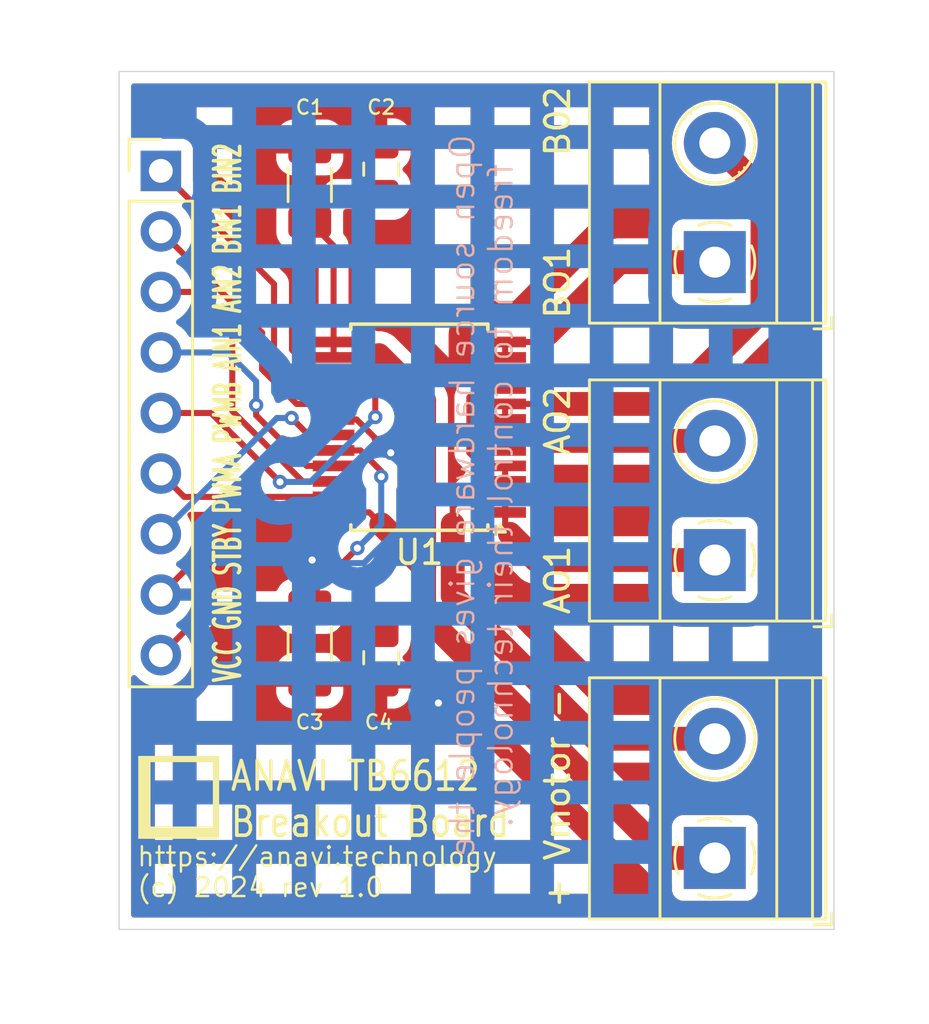
<source format=kicad_pcb>
(kicad_pcb (version 20240108) (generator "pcbnew") (generator_version "8.0")
  (layers (0 "F.Cu" signal) (31 "B.Cu" signal) (34 "B.Paste" user) (35 "F.Paste" user) (36 "B.SilkS" user "B.Silkscreen") (37 "F.SilkS" user "F.Silkscreen") (38 "B.Mask" user) (39 "F.Mask" user) (44 "Edge.Cuts" user))
  (net 0 "")
  (net 1 "GND")
  (net 2 "Net-(J3-Pin_1)")
  (net 3 "Net-(J4-Pin_9)")
  (net 4 "Net-(J1-Pin_2)")
  (net 5 "Net-(J1-Pin_1)")
  (net 6 "Net-(J2-Pin_1)")
  (net 7 "Net-(J2-Pin_2)")
  (net 8 "Net-(J3-Pin_2)")
  (net 9 "Net-(J4-Pin_4)")
  (net 10 "Net-(J4-Pin_5)")
  (net 11 "Net-(J4-Pin_3)")
  (net 12 "Net-(J4-Pin_6)")
  (net 13 "Net-(J4-Pin_2)")
  (net 14 "Net-(J4-Pin_7)")
  (net 15 "Net-(J4-Pin_1)")
  (footprint "Capacitor_SMD:C_1206_3216Metric_Pad1.33x1.80mm_HandSolder" (layer "F.Cu") (at 131 94 -90)
    (property "Reference" "C3" (at 3.3 0 180) (layer "F.SilkS") (effects (font (size 0.6 0.6) (thickness 0.1) (bold yes))))
    (property "Value" "10uF")
    (fp_line (start -0.711252 0.91) (end 0.711252 0.91) (stroke (width 0.12)) (layer "F.SilkS"))
    (fp_line (start -0.711252 -0.91) (end 0.711252 -0.91) (stroke (width 0.12)) (layer "F.SilkS"))
    (pad "1" smd roundrect (at -1.5625 0 270) (size 1.325 1.8) (layers "F.Cu" "F.Paste" "F.Mask") (roundrect_rratio 0.188679) (net 3 "Net-(J4-Pin_9)"))
    (pad "2" smd roundrect (at 1.5625 0 270) (size 1.325 1.8) (layers "F.Cu" "F.Paste" "F.Mask") (roundrect_rratio 0.188679) (net 1 "GND"))
  )
  (footprint "logo:anavi-logo" (layer "F.Cu") (at 125.5 100.5)
    (property "Reference" "G***" (hide yes))
    (property "Value" "LOGO" (hide yes))
    (fp_poly (pts (xy 1.693334 1.693334) (xy -1.693333 1.693334) (xy -1.693333 -1.524) (xy -1.185333 -1.524) (xy -1.185333 1.185334) (xy 1.439334 1.185334) (xy 1.439334 -1.524) (xy -1.185333 -1.524) (xy -1.693333 -1.524) (xy -1.693333 -1.778) (xy 1.693334 -1.778) (xy 1.693334 1.693334)) (stroke (width 0.01)) (fill solid) (layer "F.SilkS"))
  )
  (footprint "Capacitor_SMD:C_1206_3216Metric_Pad1.33x1.80mm_HandSolder" (layer "F.Cu") (at 131 74.75 90)
    (property "Reference" "C1" (at 3.25 0 180) (layer "F.SilkS") (effects (font (size 0.6 0.6) (thickness 0.1) (bold yes))))
    (property "Value" "10uF")
    (fp_line (start -0.711252 -0.91) (end 0.711252 -0.91) (stroke (width 0.12)) (layer "F.SilkS"))
    (fp_line (start -0.711252 0.91) (end 0.711252 0.91) (stroke (width 0.12)) (layer "F.SilkS"))
    (pad "1" smd roundrect (at -1.5625 0 90) (size 1.325 1.8) (layers "F.Cu" "F.Paste" "F.Mask") (roundrect_rratio 0.188679) (net 2 "Net-(J3-Pin_1)"))
    (pad "2" smd roundrect (at 1.5625 0 90) (size 1.325 1.8) (layers "F.Cu" "F.Paste" "F.Mask") (roundrect_rratio 0.188679) (net 1 "GND"))
  )
  (footprint "Package_SO:SSOP-24_5.3x8.2mm_P0.65mm" (layer "F.Cu") (at 135.6 84.925 180)
    (property "Reference" "U1" (at 0 -5.25 0) (layer "F.SilkS"))
    (property "Value" "TB6612FNG")
    (fp_line (start 2.875 4.325) (end 2.875 4.1) (stroke (width 0.15)) (layer "F.SilkS"))
    (fp_line (start 2.875 -4.325) (end 2.875 -4.1) (stroke (width 0.15)) (layer "F.SilkS"))
    (fp_line (start -2.875 4.325) (end 2.875 4.325) (stroke (width 0.15)) (layer "F.SilkS"))
    (fp_line (start -2.875 4.325) (end -2.875 4.1) (stroke (width 0.15)) (layer "F.SilkS"))
    (fp_line (start -2.875 -4.325) (end 2.875 -4.325) (stroke (width 0.15)) (layer "F.SilkS"))
    (fp_line (start -2.875 -4.325) (end -2.875 -4.1) (stroke (width 0.15)) (layer "F.SilkS"))
    (fp_poly (pts (xy -3.375 -4.075) (xy -3.615 -4.405) (xy -3.135 -4.405) (xy -3.375 -4.075)) (stroke (width 0.12)) (fill solid) (layer "F.SilkS"))
    (pad "1" smd rect (at -3.6 -3.575 180) (size 1.75 0.45) (layers "F.Cu" "F.Paste" "F.Mask") (net 5 "Net-(J1-Pin_1)"))
    (pad "2" smd rect (at -3.6 -2.925 180) (size 1.75 0.45) (layers "F.Cu" "F.Paste" "F.Mask") (net 5 "Net-(J1-Pin_1)"))
    (pad "3" smd rect (at -3.6 -2.275 180) (size 1.75 0.45) (layers "F.Cu" "F.Paste" "F.Mask") (net 8 "Net-(J3-Pin_2)"))
    (pad "4" smd rect (at -3.6 -1.625 180) (size 1.75 0.45) (layers "F.Cu" "F.Paste" "F.Mask") (net 8 "Net-(J3-Pin_2)"))
    (pad "5" smd rect (at -3.6 -0.975 180) (size 1.75 0.45) (layers "F.Cu" "F.Paste" "F.Mask") (net 4 "Net-(J1-Pin_2)"))
    (pad "6" smd rect (at -3.6 -0.325 180) (size 1.75 0.45) (layers "F.Cu" "F.Paste" "F.Mask") (net 4 "Net-(J1-Pin_2)"))
    (pad "7" smd rect (at -3.6 0.325 180) (size 1.75 0.45) (layers "F.Cu" "F.Paste" "F.Mask") (net 7 "Net-(J2-Pin_2)"))
    (pad "8" smd rect (at -3.6 0.975 180) (size 1.75 0.45) (layers "F.Cu" "F.Paste" "F.Mask") (net 7 "Net-(J2-Pin_2)"))
    (pad "9" smd rect (at -3.6 1.625 180) (size 1.75 0.45) (layers "F.Cu" "F.Paste" "F.Mask") (net 8 "Net-(J3-Pin_2)"))
    (pad "10" smd rect (at -3.6 2.275 180) (size 1.75 0.45) (layers "F.Cu" "F.Paste" "F.Mask") (net 8 "Net-(J3-Pin_2)"))
    (pad "11" smd rect (at -3.6 2.925 180) (size 1.75 0.45) (layers "F.Cu" "F.Paste" "F.Mask") (net 6 "Net-(J2-Pin_1)"))
    (pad "12" smd rect (at -3.6 3.575 180) (size 1.75 0.45) (layers "F.Cu" "F.Paste" "F.Mask") (net 6 "Net-(J2-Pin_1)"))
    (pad "13" smd rect (at 3.6 3.575 180) (size 1.75 0.45) (layers "F.Cu" "F.Paste" "F.Mask") (net 2 "Net-(J3-Pin_1)"))
    (pad "14" smd rect (at 3.6 2.925 180) (size 1.75 0.45) (layers "F.Cu" "F.Paste" "F.Mask") (net 2 "Net-(J3-Pin_1)"))
    (pad "15" smd rect (at 3.6 2.275 180) (size 1.75 0.45) (layers "F.Cu" "F.Paste" "F.Mask") (net 10 "Net-(J4-Pin_5)"))
    (pad "16" smd rect (at 3.6 1.625 180) (size 1.75 0.45) (layers "F.Cu" "F.Paste" "F.Mask") (net 15 "Net-(J4-Pin_1)"))
    (pad "17" smd rect (at 3.6 0.975 180) (size 1.75 0.45) (layers "F.Cu" "F.Paste" "F.Mask") (net 13 "Net-(J4-Pin_2)"))
    (pad "18" smd rect (at 3.6 0.325 180) (size 1.75 0.45) (layers "F.Cu" "F.Paste" "F.Mask") (net 1 "GND"))
    (pad "19" smd rect (at 3.6 -0.325 180) (size 1.75 0.45) (layers "F.Cu" "F.Paste" "F.Mask") (net 14 "Net-(J4-Pin_7)"))
    (pad "20" smd rect (at 3.6 -0.975 180) (size 1.75 0.45) (layers "F.Cu" "F.Paste" "F.Mask") (net 3 "Net-(J4-Pin_9)"))
    (pad "21" smd rect (at 3.6 -1.625 180) (size 1.75 0.45) (layers "F.Cu" "F.Paste" "F.Mask") (net 9 "Net-(J4-Pin_4)"))
    (pad "22" smd rect (at 3.6 -2.275 180) (size 1.75 0.45) (layers "F.Cu" "F.Paste" "F.Mask") (net 11 "Net-(J4-Pin_3)"))
    (pad "23" smd rect (at 3.6 -2.925 180) (size 1.75 0.45) (layers "F.Cu" "F.Paste" "F.Mask") (net 12 "Net-(J4-Pin_6)"))
    (pad "24" smd rect (at 3.6 -3.575 180) (size 1.75 0.45) (layers "F.Cu" "F.Paste" "F.Mask") (net 2 "Net-(J3-Pin_1)"))
  )
  (footprint "TerminalBlock_Phoenix:TerminalBlock_Phoenix_MKDS-1,5-2_1x02_P5.00mm_Horizontal" (layer "F.Cu") (at 148 90.5 90)
    (property "Reference" "AO1     AO2" (at 2.5 -6.6 90) (layer "F.SilkS"))
    (property "Value" "Screw_Terminal_01x02" (hide yes))
    (fp_line (start 7.56 -5.261) (end 7.56 4.66) (stroke (width 0.12)) (layer "F.SilkS"))
    (fp_line (start -2.56 -5.261) (end 7.56 -5.261) (stroke (width 0.12)) (layer "F.SilkS"))
    (fp_line (start -2.56 -5.261) (end -2.56 4.66) (stroke (width 0.12)) (layer "F.SilkS"))
    (fp_line (start -2.56 -2.301) (end 7.56 -2.301) (stroke (width 0.12)) (layer "F.SilkS"))
    (fp_line (start 6.07 -1.275) (end 6.035 -1.239) (stroke (width 0.12)) (layer "F.SilkS"))
    (fp_line (start 6.275 -1.069) (end 6.228 -1.023) (stroke (width 0.12)) (layer "F.SilkS"))
    (fp_line (start 3.773 1.023) (end 3.726 1.069) (stroke (width 0.12)) (layer "F.SilkS"))
    (fp_line (start 3.966 1.239) (end 3.931 1.274) (stroke (width 0.12)) (layer "F.SilkS"))
    (fp_line (start -2.56 2.6) (end 7.56 2.6) (stroke (width 0.12)) (layer "F.SilkS"))
    (fp_line (start -2.56 4.1) (end 7.56 4.1) (stroke (width 0.12)) (layer "F.SilkS"))
    (fp_line (start -2.8 4.16) (end -2.8 4.9) (stroke (width 0.12)) (layer "F.SilkS"))
    (fp_line (start -2.56 4.66) (end 7.56 4.66) (stroke (width 0.12)) (layer "F.SilkS"))
    (fp_line (start -2.8 4.9) (end -2.3 4.9) (stroke (width 0.12)) (layer "F.SilkS"))
    (fp_arc (start -0.683042 -1.535427) (mid 0.000524 -1.680501) (end 0.684 -1.535) (stroke (width 0.12)) (layer "F.SilkS"))
    (fp_arc (start 1.535427 -0.683042) (mid 1.680501 0.000524) (end 1.535 0.684) (stroke (width 0.12)) (layer "F.SilkS"))
    (fp_arc (start -1.535427 0.683042) (mid -1.680501 -0.000524) (end -1.535 -0.684) (stroke (width 0.12)) (layer "F.SilkS"))
    (fp_arc (start 0.683318 1.534756) (mid 0.349292 1.643288) (end 0 1.68) (stroke (width 0.12)) (layer "F.SilkS"))
    (fp_arc (start 0.028805 1.680253) (mid -0.335551 1.646659) (end -0.684 1.535) (stroke (width 0.12)) (layer "F.SilkS"))
    (fp_circle (center 5 0) (end 6.68 0) (stroke (width 0.12)) (fill none) (layer "F.SilkS"))
    (pad "1" thru_hole rect (at 0 0 90) (size 2.6 2.6) (drill 1.3) (layers "*.Cu" "*.Mask") (net 5 "Net-(J1-Pin_1)"))
    (pad "2" thru_hole circle (at 5 0 90) (size 2.6 2.6) (drill 1.3) (layers "*.Cu" "*.Mask") (net 4 "Net-(J1-Pin_2)"))
  )
  (footprint "Capacitor_SMD:C_0805_2012Metric_Pad1.18x1.45mm_HandSolder" (layer "F.Cu") (at 134 94.6 -90)
    (property "Reference" "C4" (at 2.7 0.1 180) (layer "F.SilkS") (effects (font (size 0.6 0.6) (thickness 0.1) (bold yes))))
    (property "Value" "0.1uF")
    (fp_line (start -0.261252 0.735) (end 0.261252 0.735) (stroke (width 0.12)) (layer "F.SilkS"))
    (fp_line (start -0.261252 -0.735) (end 0.261252 -0.735) (stroke (width 0.12)) (layer "F.SilkS"))
    (pad "1" smd roundrect (at -1.0375 0 270) (size 1.175 1.45) (layers "F.Cu" "F.Paste" "F.Mask") (roundrect_rratio 0.212766) (net 3 "Net-(J4-Pin_9)"))
    (pad "2" smd roundrect (at 1.0375 0 270) (size 1.175 1.45) (layers "F.Cu" "F.Paste" "F.Mask") (roundrect_rratio 0.212766) (net 1 "GND"))
  )
  (footprint "TerminalBlock_Phoenix:TerminalBlock_Phoenix_MKDS-1,5-2_1x02_P5.00mm_Horizontal" (layer "F.Cu") (at 148 103 90)
    (property "Reference" "+ Vmotor -" (at 2.5 -6.6 90) (layer "F.SilkS"))
    (property "Value" "Screw_Terminal_01x02" (hide yes))
    (fp_line (start 7.56 -5.261) (end 7.56 4.66) (stroke (width 0.12)) (layer "F.SilkS"))
    (fp_line (start -2.56 -5.261) (end 7.56 -5.261) (stroke (width 0.12)) (layer "F.SilkS"))
    (fp_line (start -2.56 -5.261) (end -2.56 4.66) (stroke (width 0.12)) (layer "F.SilkS"))
    (fp_line (start -2.56 -2.301) (end 7.56 -2.301) (stroke (width 0.12)) (layer "F.SilkS"))
    (fp_line (start 6.07 -1.275) (end 6.035 -1.239) (stroke (width 0.12)) (layer "F.SilkS"))
    (fp_line (start 6.275 -1.069) (end 6.228 -1.023) (stroke (width 0.12)) (layer "F.SilkS"))
    (fp_line (start 3.773 1.023) (end 3.726 1.069) (stroke (width 0.12)) (layer "F.SilkS"))
    (fp_line (start 3.966 1.239) (end 3.931 1.274) (stroke (width 0.12)) (layer "F.SilkS"))
    (fp_line (start -2.56 2.6) (end 7.56 2.6) (stroke (width 0.12)) (layer "F.SilkS"))
    (fp_line (start -2.56 4.1) (end 7.56 4.1) (stroke (width 0.12)) (layer "F.SilkS"))
    (fp_line (start -2.8 4.16) (end -2.8 4.9) (stroke (width 0.12)) (layer "F.SilkS"))
    (fp_line (start -2.56 4.66) (end 7.56 4.66) (stroke (width 0.12)) (layer "F.SilkS"))
    (fp_line (start -2.8 4.9) (end -2.3 4.9) (stroke (width 0.12)) (layer "F.SilkS"))
    (fp_arc (start -0.683042 -1.535427) (mid 0.000524 -1.680501) (end 0.684 -1.535) (stroke (width 0.12)) (layer "F.SilkS"))
    (fp_arc (start 1.535427 -0.683042) (mid 1.680501 0.000524) (end 1.535 0.684) (stroke (width 0.12)) (layer "F.SilkS"))
    (fp_arc (start -1.535427 0.683042) (mid -1.680501 -0.000524) (end -1.535 -0.684) (stroke (width 0.12)) (layer "F.SilkS"))
    (fp_arc (start 0.683318 1.534756) (mid 0.349292 1.643288) (end 0 1.68) (stroke (width 0.12)) (layer "F.SilkS"))
    (fp_arc (start 0.028805 1.680253) (mid -0.335551 1.646659) (end -0.684 1.535) (stroke (width 0.12)) (layer "F.SilkS"))
    (fp_circle (center 5 0) (end 6.68 0) (stroke (width 0.12)) (fill none) (layer "F.SilkS"))
    (pad "1" thru_hole rect (at 0 0 90) (size 2.6 2.6) (drill 1.3) (layers "*.Cu" "*.Mask") (net 2 "Net-(J3-Pin_1)"))
    (pad "2" thru_hole circle (at 5 0 90) (size 2.6 2.6) (drill 1.3) (layers "*.Cu" "*.Mask") (net 8 "Net-(J3-Pin_2)"))
  )
  (footprint "TerminalBlock_Phoenix:TerminalBlock_Phoenix_MKDS-1,5-2_1x02_P5.00mm_Horizontal" (layer "F.Cu") (at 148 78 90)
    (property "Reference" "BO1     B02" (at 2.5 -6.6 90) (layer "F.SilkS"))
    (property "Value" "Screw_Terminal_01x02" (hide yes))
    (fp_line (start 7.56 -5.261) (end 7.56 4.66) (stroke (width 0.12)) (layer "F.SilkS"))
    (fp_line (start -2.56 -5.261) (end 7.56 -5.261) (stroke (width 0.12)) (layer "F.SilkS"))
    (fp_line (start -2.56 -5.261) (end -2.56 4.66) (stroke (width 0.12)) (layer "F.SilkS"))
    (fp_line (start -2.56 -2.301) (end 7.56 -2.301) (stroke (width 0.12)) (layer "F.SilkS"))
    (fp_line (start 6.07 -1.275) (end 6.035 -1.239) (stroke (width 0.12)) (layer "F.SilkS"))
    (fp_line (start 6.275 -1.069) (end 6.228 -1.023) (stroke (width 0.12)) (layer "F.SilkS"))
    (fp_line (start 3.773 1.023) (end 3.726 1.069) (stroke (width 0.12)) (layer "F.SilkS"))
    (fp_line (start 3.966 1.239) (end 3.931 1.274) (stroke (width 0.12)) (layer "F.SilkS"))
    (fp_line (start -2.56 2.6) (end 7.56 2.6) (stroke (width 0.12)) (layer "F.SilkS"))
    (fp_line (start -2.56 4.1) (end 7.56 4.1) (stroke (width 0.12)) (layer "F.SilkS"))
    (fp_line (start -2.8 4.16) (end -2.8 4.9) (stroke (width 0.12)) (layer "F.SilkS"))
    (fp_line (start -2.56 4.66) (end 7.56 4.66) (stroke (width 0.12)) (layer "F.SilkS"))
    (fp_line (start -2.8 4.9) (end -2.3 4.9) (stroke (width 0.12)) (layer "F.SilkS"))
    (fp_arc (start -0.683042 -1.535427) (mid 0.000524 -1.680501) (end 0.684 -1.535) (stroke (width 0.12)) (layer "F.SilkS"))
    (fp_arc (start 1.535427 -0.683042) (mid 1.680501 0.000524) (end 1.535 0.684) (stroke (width 0.12)) (layer "F.SilkS"))
    (fp_arc (start -1.535427 0.683042) (mid -1.680501 -0.000524) (end -1.535 -0.684) (stroke (width 0.12)) (layer "F.SilkS"))
    (fp_arc (start 0.683318 1.534756) (mid 0.349292 1.643288) (end 0 1.68) (stroke (width 0.12)) (layer "F.SilkS"))
    (fp_arc (start 0.028805 1.680253) (mid -0.335551 1.646659) (end -0.684 1.535) (stroke (width 0.12)) (layer "F.SilkS"))
    (fp_circle (center 5 0) (end 6.68 0) (stroke (width 0.12)) (fill none) (layer "F.SilkS"))
    (pad "1" thru_hole rect (at 0 0 90) (size 2.6 2.6) (drill 1.3) (layers "*.Cu" "*.Mask") (net 6 "Net-(J2-Pin_1)"))
    (pad "2" thru_hole circle (at 5 0 90) (size 2.6 2.6) (drill 1.3) (layers "*.Cu" "*.Mask") (net 7 "Net-(J2-Pin_2)"))
  )
  (footprint "Capacitor_SMD:C_0805_2012Metric_Pad1.18x1.45mm_HandSolder" (layer "F.Cu") (at 134 74.1 90)
    (property "Reference" "C2" (at 2.6 0 180) (layer "F.SilkS") (effects (font (size 0.6 0.6) (thickness 0.1) (bold yes))))
    (property "Value" "0.1uF")
    (fp_line (start -0.261252 -0.735) (end 0.261252 -0.735) (stroke (width 0.12)) (layer "F.SilkS"))
    (fp_line (start -0.261252 0.735) (end 0.261252 0.735) (stroke (width 0.12)) (layer "F.SilkS"))
    (pad "1" smd roundrect (at -1.0375 0 90) (size 1.175 1.45) (layers "F.Cu" "F.Paste" "F.Mask") (roundrect_rratio 0.212766) (net 2 "Net-(J3-Pin_1)"))
    (pad "2" smd roundrect (at 1.0375 0 90) (size 1.175 1.45) (layers "F.Cu" "F.Paste" "F.Mask") (roundrect_rratio 0.212766) (net 1 "GND"))
  )
  (footprint "Connector_PinHeader_2.54mm:PinHeader_1x09_P2.54mm_Vertical" (layer "F.Cu") (at 124.75 74.17)
    (property "Reference" "J4" (hide yes))
    (property "Value" "Conn_01x09" (hide yes))
    (fp_line (start -1.33 -1.33) (end 0 -1.33) (stroke (width 0.12)) (layer "F.SilkS"))
    (fp_line (start -1.33 0) (end -1.33 -1.33) (stroke (width 0.12)) (layer "F.SilkS"))
    (fp_line (start -1.33 1.27) (end -1.33 21.65) (stroke (width 0.12)) (layer "F.SilkS"))
    (fp_line (start -1.33 1.27) (end 1.33 1.27) (stroke (width 0.12)) (layer "F.SilkS"))
    (fp_line (start -1.33 21.65) (end 1.33 21.65) (stroke (width 0.12)) (layer "F.SilkS"))
    (fp_line (start 1.33 1.27) (end 1.33 21.65) (stroke (width 0.12)) (layer "F.SilkS"))
    (pad "1" thru_hole rect (at 0 0) (size 1.7 1.7) (drill 1) (layers "*.Cu" "*.Mask") (net 15 "Net-(J4-Pin_1)"))
    (pad "2" thru_hole oval (at 0 2.54) (size 1.7 1.7) (drill 1) (layers "*.Cu" "*.Mask") (net 13 "Net-(J4-Pin_2)"))
    (pad "3" thru_hole oval (at 0 5.08) (size 1.7 1.7) (drill 1) (layers "*.Cu" "*.Mask") (net 11 "Net-(J4-Pin_3)"))
    (pad "4" thru_hole oval (at 0 7.62) (size 1.7 1.7) (drill 1) (layers "*.Cu" "*.Mask") (net 9 "Net-(J4-Pin_4)"))
    (pad "5" thru_hole oval (at 0 10.16) (size 1.7 1.7) (drill 1) (layers "*.Cu" "*.Mask") (net 10 "Net-(J4-Pin_5)"))
    (pad "6" thru_hole oval (at 0 12.7) (size 1.7 1.7) (drill 1) (layers "*.Cu" "*.Mask") (net 12 "Net-(J4-Pin_6)"))
    (pad "7" thru_hole oval (at 0 15.24) (size 1.7 1.7) (drill 1) (layers "*.Cu" "*.Mask") (net 14 "Net-(J4-Pin_7)"))
    (pad "8" thru_hole oval (at 0 17.78) (size 1.7 1.7) (drill 1) (layers "*.Cu" "*.Mask") (net 1 "GND"))
    (pad "9" thru_hole oval (at 0 20.32) (size 1.7 1.7) (drill 1) (layers "*.Cu" "*.Mask") (net 3 "Net-(J4-Pin_9)"))
  )
  (gr_line (start 153 70) (end 123 70) (stroke (width 0.05)) (layer "Edge.Cuts"))
  (gr_line (start 153 106) (end 153 70) (stroke (width 0.05)) (layer "Edge.Cuts"))
  (gr_line (start 123 106) (end 123 105) (stroke (width 0.05)) (layer "Edge.Cuts"))
  (gr_line (start 153 106) (end 123 106) (stroke (width 0.05)) (layer "Edge.Cuts"))
  (gr_line (start 123 70) (end 123 105) (stroke (width 0.05)) (layer "Edge.Cuts"))
  (gr_text "Open source hardware gives people the\nfreedom to control their technology." (at 139.6 87.8 90) (layer "B.SilkS") (effects (font (size 1 1) (thickness 0.1)) (justify bottom mirror)))
  (gr_text "https://anavi.technology\n(c) 2024 rev 1.0" (at 123.7 104.7 0) (layer "F.SilkS") (effects (font (size 0.8 0.8) (thickness 0.1)) (justify left bottom)))
  (gr_text "ANAVI TB6612\nBreakout Board" (at 127.6 102.2 0) (layer "F.SilkS") (effects (font (size 1.2 1)) (justify left bottom)))
  (gr_text "VCC GND STBY PWMA PWMB AIN1 AIN2 BIN1 BIN2" (at 128.2 95.7 90) (layer "F.SilkS") (effects (font (size 1.1 0.6) (thickness 0.15) (bold yes)) (justify left bottom)))
  (segment (start 134 95.6375) (end 135.5375 95.6375) (width 0.254) (layer "F.Cu") (net 1))
  (segment (start 131 95.5625) (end 133.925 95.5625) (width 0.254) (layer "F.Cu") (net 1))
  (segment (start 126.2 90.5) (end 131.1 90.5) (width 0.254) (layer "F.Cu") (net 1))
  (segment (start 133.925 95.5625) (end 134 95.6375) (width 0.254) (layer "F.Cu") (net 1))
  (segment (start 124.75 91.95) (end 126.2 90.5) (width 0.254) (layer "F.Cu") (net 1))
  (segment (start 132.963288 84.6) (end 134.363288 86) (width 0.254) (layer "F.Cu") (net 1))
  (segment (start 135.5375 95.6375) (end 136.4 96.5) (width 0.254) (layer "F.Cu") (net 1))
  (segment (start 132 84.6) (end 132.963288 84.6) (width 0.254) (layer "F.Cu") (net 1))
  (segment (start 134.363288 86) (end 134.4 86) (width 0.254) (layer "F.Cu") (net 1))
  (via (at 136.4 96.5) (size 0.6) (drill 0.3) (layers "F.Cu" "B.Cu") (net 1))
  (via (at 131.1 90.5) (size 0.6) (drill 0.3) (layers "F.Cu" "B.Cu") (net 1))
  (via (at 134.4 86) (size 0.6) (drill 0.3) (layers "F.Cu" "B.Cu") (net 1))
  (segment (start 131.227 90.627) (end 133.273 90.627) (width 0.254) (layer "B.Cu") (net 1))
  (segment (start 133.273 90.627) (end 134.8 89.1) (width 0.254) (layer "B.Cu") (net 1))
  (segment (start 134.8 86.4) (end 134.4 86) (width 0.254) (layer "B.Cu") (net 1))
  (segment (start 131.1 90.5) (end 131.227 90.627) (width 0.254) (layer "B.Cu") (net 1))
  (segment (start 134.8 89.1) (end 134.8 86.4) (width 0.254) (layer "B.Cu") (net 1))
  (segment (start 132 77.3125) (end 131 76.3125) (width 0.254) (layer "F.Cu") (net 2))
  (segment (start 136 93) (end 135.8 92.8) (width 1) (layer "F.Cu") (net 2))
  (segment (start 133.35 81.35) (end 133.9 81.9) (width 0.254) (layer "F.Cu") (net 2))
  (segment (start 132 81.35) (end 132 77.3125) (width 0.254) (layer "F.Cu") (net 2))
  (segment (start 132 82) (end 133.8 82) (width 0.254) (layer "F.Cu") (net 2))
  (segment (start 134 75.1375) (end 132.175 75.1375) (width 0.254) (layer "F.Cu") (net 2))
  (segment (start 132 81.35) (end 133.35 81.35) (width 0.254) (layer "F.Cu") (net 2))
  (segment (start 135.8 92.8) (end 135.8 90.8) (width 1) (layer "F.Cu") (net 2))
  (segment (start 132.175 75.1375) (end 131 76.3125) (width 0.254) (layer "F.Cu") (net 2))
  (segment (start 135.8 90.8) (end 134 89) (width 1) (layer "F.Cu") (net 2))
  (segment (start 133.8 82) (end 133.9 81.9) (width 0.254) (layer "F.Cu") (net 2))
  (segment (start 135.8 83.8) (end 133.9 81.9) (width 1) (layer "F.Cu") (net 2))
  (segment (start 146 103) (end 136 93) (width 1) (layer "F.Cu") (net 2))
  (segment (start 132 88.5) (end 133.5 88.5) (width 0.254) (layer "F.Cu") (net 2))
  (segment (start 148 103) (end 146 103) (width 1) (layer "F.Cu") (net 2))
  (segment (start 132 81.35) (end 132 82) (width 0.254) (layer "F.Cu") (net 2))
  (segment (start 135.8 90.8) (end 135.8 83.8) (width 1) (layer "F.Cu") (net 2))
  (segment (start 133.5 88.5) (end 134 89) (width 0.254) (layer "F.Cu") (net 2))
  (segment (start 133.129 85.9) (end 132 85.9) (width 0.254) (layer "F.Cu") (net 3))
  (segment (start 134 87) (end 134 86.771) (width 0.254) (layer "F.Cu") (net 3))
  (segment (start 126.8025 92.4375) (end 131 92.4375) (width 0.254) (layer "F.Cu") (net 3))
  (segment (start 132.875 92.4375) (end 134 93.5625) (width 0.254) (layer "F.Cu") (net 3))
  (segment (start 131 92) (end 133 90) (width 0.254) (layer "F.Cu") (net 3))
  (segment (start 124.75 94.49) (end 126.8025 92.4375) (width 0.254) (layer "F.Cu") (net 3))
  (segment (start 131 92.4375) (end 132.875 92.4375) (width 0.254) (layer "F.Cu") (net 3))
  (segment (start 131 92.4375) (end 131 92) (width 0.254) (layer "F.Cu") (net 3))
  (segment (start 134 86.771) (end 133.129 85.9) (width 0.254) (layer "F.Cu") (net 3))
  (via (at 133 90) (size 0.6) (drill 0.3) (layers "F.Cu" "B.Cu") (net 3))
  (via (at 134 87) (size 0.6) (drill 0.3) (layers "F.Cu" "B.Cu") (net 3))
  (segment (start 134 89) (end 134 87) (width 0.254) (layer "B.Cu") (net 3))
  (segment (start 133 90) (end 134 89) (width 0.254) (layer "B.Cu") (net 3))
  (segment (start 141.1 85.5) (end 141 85.5) (width 0.254) (layer "F.Cu") (net 4))
  (segment (start 139.2 85.9) (end 139.2 85.25) (width 0.254) (layer "F.Cu") (net 4))
  (segment (start 140.75 85.25) (end 139.2 85.25) (width 0.254) (layer "F.Cu") (net 4))
  (segment (start 148 85.5) (end 141.1 85.5) (width 1) (layer "F.Cu") (net 4))
  (segment (start 141 85.5) (end 140.75 85.25) (width 0.254) (layer "F.Cu") (net 4))
  (segment (start 148 90.5) (end 140.5 90.5) (width 1) (layer "F.Cu") (net 5))
  (segment (start 139.2 88.5) (end 139.2 89.2) (width 0.254) (layer "F.Cu") (net 5))
  (segment (start 140.5 90.5) (end 139.4 89.4) (width 1) (layer "F.Cu") (net 5))
  (segment (start 139.2 87.85) (end 139.2 88.5) (width 0.254) (layer "F.Cu") (net 5))
  (segment (start 139.2 81.35) (end 140.65 81.35) (width 0.254) (layer "F.Cu") (net 6))
  (segment (start 144 78) (end 141 81) (width 1) (layer "F.Cu") (net 6))
  (segment (start 139.2 82) (end 139.2 81.35) (width 0.254) (layer "F.Cu") (net 6))
  (segment (start 140.65 81.35) (end 141 81) (width 0.254) (layer "F.Cu") (net 6))
  (segment (start 148 78) (end 144 78) (width 1) (layer "F.Cu") (net 6))
  (segment (start 148 73) (end 150 75) (width 1) (layer "F.Cu") (net 7))
  (segment (start 139.2 83.95) (end 140.9 83.95) (width 0.254) (layer "F.Cu") (net 7))
  (segment (start 150 80) (end 146.05 83.95) (width 1) (layer "F.Cu") (net 7))
  (segment (start 146.05 83.95) (end 140.9 83.95) (width 1) (layer "F.Cu") (net 7))
  (segment (start 150 75) (end 150 80) (width 1) (layer "F.Cu") (net 7))
  (segment (start 139.2 84.6) (end 139.2 83.95) (width 0.254) (layer "F.Cu") (net 7))
  (segment (start 138.071 87.2) (end 137 88.271) (width 0.254) (layer "F.Cu") (net 8))
  (segment (start 139.2 83.3) (end 139.2 82.65) (width 0.254) (layer "F.Cu") (net 8))
  (segment (start 139.2 87.2) (end 138.071 87.2) (width 0.254) (layer "F.Cu") (net 8))
  (segment (start 137 88.271) (end 137 89) (width 0.254) (layer "F.Cu") (net 8))
  (segment (start 137 92) (end 137 89) (width 1) (layer "F.Cu") (net 8))
  (segment (start 138.071 83.3) (end 137.7 83.671) (width 0.254) (layer "F.Cu") (net 8))
  (segment (start 143 98) (end 137 92) (width 1) (layer "F.Cu") (net 8))
  (segment (start 139.2 83.3) (end 138.071 83.3) (width 0.254) (layer "F.Cu") (net 8))
  (segment (start 137.7 83.671) (end 137.7 86) (width 0.254) (layer "F.Cu") (net 8))
  (segment (start 137.7 86) (end 138.25 86.55) (width 0.254) (layer "F.Cu") (net 8))
  (segment (start 138.25 86.55) (end 139.2 86.55) (width 0.254) (layer "F.Cu") (net 8))
  (segment (start 148 98) (end 143 98) (width 1) (layer "F.Cu") (net 8))
  (segment (start 139.2 86.55) (end 139.2 87.2) (width 0.254) (layer "F.Cu") (net 8))
  (segment (start 128.75 84.429) (end 128.75 84) (width 0.254) (layer "F.Cu") (net 9))
  (segment (start 132 86.55) (end 130.871 86.55) (width 0.254) (layer "F.Cu") (net 9))
  (segment (start 130.871 86.55) (end 128.75 84.429) (width 0.254) (layer "F.Cu") (net 9))
  (via (at 128.75 84) (size 0.6) (drill 0.3) (layers "F.Cu" "B.Cu") (net 9))
  (segment (start 128.75 83) (end 128.75 84) (width 0.254) (layer "B.Cu") (net 9))
  (segment (start 127.54 81.79) (end 128.75 83) (width 0.254) (layer "B.Cu") (net 9))
  (segment (start 124.75 81.79) (end 126.79 81.79) (width 0.254) (layer "B.Cu") (net 9))
  (segment (start 126.79 81.79) (end 127.54 81.79) (width 0.254) (layer "B.Cu") (net 9))
  (segment (start 126.857 84.33) (end 129.75 87.223) (width 0.254) (layer "F.Cu") (net 10))
  (segment (start 133.129 82.65) (end 132 82.65) (width 0.254) (layer "F.Cu") (net 10))
  (segment (start 133.75 84.5) (end 133.75 83.271) (width 0.254) (layer "F.Cu") (net 10))
  (segment (start 124.75 84.33) (end 126.857 84.33) (width 0.254) (layer "F.Cu") (net 10))
  (segment (start 133.75 83.271) (end 133.129 82.65) (width 0.254) (layer "F.Cu") (net 10))
  (via (at 129.75 87.223) (size 0.6) (drill 0.3) (layers "F.Cu" "B.Cu") (net 10))
  (via (at 133.75 84.5) (size 0.6) (drill 0.3) (layers "F.Cu" "B.Cu") (net 10))
  (segment (start 129.75 87.223) (end 131.027 87.223) (width 0.254) (layer "B.Cu") (net 10))
  (segment (start 131.027 87.223) (end 133.75 84.5) (width 0.254) (layer "B.Cu") (net 10))
  (segment (start 132 87.2) (end 130.7 87.2) (width 0.254) (layer "F.Cu") (net 11))
  (segment (start 127.75 80.75) (end 126.25 79.25) (width 0.254) (layer "F.Cu") (net 11))
  (segment (start 131.977 87.177) (end 132 87.2) (width 0.254) (layer "F.Cu") (net 11))
  (segment (start 127.75 84.25) (end 127.75 80.75) (width 0.254) (layer "F.Cu") (net 11))
  (segment (start 126.25 79.25) (end 124.75 79.25) (width 0.254) (layer "F.Cu") (net 11))
  (segment (start 130.7 87.2) (end 127.75 84.25) (width 0.254) (layer "F.Cu") (net 11))
  (segment (start 124.75 86.87) (end 125.73 87.85) (width 0.254) (layer "F.Cu") (net 12))
  (segment (start 125.73 87.85) (end 132 87.85) (width 0.254) (layer "F.Cu") (net 12))
  (segment (start 130.45 83.95) (end 132 83.95) (width 0.254) (layer "F.Cu") (net 13))
  (segment (start 129 82.5) (end 130.45 83.95) (width 0.254) (layer "F.Cu") (net 13))
  (segment (start 124.75 76.71) (end 129 80.96) (width 0.254) (layer "F.Cu") (net 13))
  (segment (start 129 80.96) (end 129 82.5) (width 0.254) (layer "F.Cu") (net 13))
  (segment (start 130.235727 84.539251) (end 130.946476 85.25) (width 0.254) (layer "F.Cu") (net 14))
  (segment (start 130.946476 85.25) (end 132 85.25) (width 0.254) (layer "F.Cu") (net 14))
  (via (at 130.235727 84.539251) (size 0.6) (drill 0.3) (layers "F.Cu" "B.Cu") (net 14))
  (segment (start 129.620749 84.539251) (end 130.235727 84.539251) (width 0.254) (layer "B.Cu") (net 14))
  (segment (start 124.75 89.41) (end 129.620749 84.539251) (width 0.254) (layer "B.Cu") (net 14))
  (segment (start 130.8 83.3) (end 132 83.3) (width 0.254) (layer "F.Cu") (net 15))
  (segment (start 129.5 82) (end 130.8 83.3) (width 0.254) (layer "F.Cu") (net 15))
  (segment (start 129.5 78.92) (end 129.5 82) (width 0.254) (layer "F.Cu") (net 15))
  (segment (start 124.75 74.17) (end 129.5 78.92) (width 0.254) (layer "F.Cu") (net 15))
  (zone (net 1) (net_name "GND") (layer "F.Cu") (connect_pads (clearance 0.5)) (min_thickness 0.25) (fill yes (mode hatch) (thermal_gap 0.508) (thermal_bridge_width 0.508) (hatch_thickness 1) (hatch_gap 1.5) (hatch_orientation 0) (hatch_border_algorithm hatch_thickness) (hatch_min_hole_area 0.3))
    (polygon (pts (xy 118 67) (xy 157 67) (xy 157 110) (xy 118 110)))
  )
  (zone (net 1) (net_name "GND") (layer "B.Cu") (connect_pads (clearance 0.5)) (min_thickness 0.25) (fill yes (mode hatch) (thermal_gap 0.508) (thermal_bridge_width 0.508) (hatch_thickness 1) (hatch_gap 1.5) (hatch_orientation 0) (hatch_border_algorithm hatch_thickness) (hatch_min_hole_area 0.3))
    (polygon (pts (xy 118 67) (xy 157 67) (xy 157 110) (xy 118 110)))
  )
)
</source>
